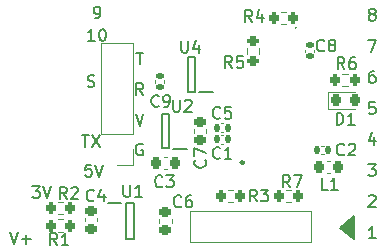
<source format=gto>
%TF.GenerationSoftware,KiCad,Pcbnew,(6.0.9)*%
%TF.CreationDate,2023-04-09T23:50:28-06:00*%
%TF.ProjectId,CRSFtoPWM,43525346-746f-4505-974d-2e6b69636164,rev?*%
%TF.SameCoordinates,Original*%
%TF.FileFunction,Legend,Top*%
%TF.FilePolarity,Positive*%
%FSLAX46Y46*%
G04 Gerber Fmt 4.6, Leading zero omitted, Abs format (unit mm)*
G04 Created by KiCad (PCBNEW (6.0.9)) date 2023-04-09 23:50:28*
%MOMM*%
%LPD*%
G01*
G04 APERTURE LIST*
G04 Aperture macros list*
%AMRoundRect*
0 Rectangle with rounded corners*
0 $1 Rounding radius*
0 $2 $3 $4 $5 $6 $7 $8 $9 X,Y pos of 4 corners*
0 Add a 4 corners polygon primitive as box body*
4,1,4,$2,$3,$4,$5,$6,$7,$8,$9,$2,$3,0*
0 Add four circle primitives for the rounded corners*
1,1,$1+$1,$2,$3*
1,1,$1+$1,$4,$5*
1,1,$1+$1,$6,$7*
1,1,$1+$1,$8,$9*
0 Add four rect primitives between the rounded corners*
20,1,$1+$1,$2,$3,$4,$5,0*
20,1,$1+$1,$4,$5,$6,$7,0*
20,1,$1+$1,$6,$7,$8,$9,0*
20,1,$1+$1,$8,$9,$2,$3,0*%
G04 Aperture macros list end*
%ADD10C,0.160000*%
%ADD11C,0.150000*%
%ADD12C,0.120000*%
%ADD13C,0.200000*%
%ADD14C,0.250000*%
%ADD15RoundRect,0.200000X-0.200000X-0.275000X0.200000X-0.275000X0.200000X0.275000X-0.200000X0.275000X0*%
%ADD16R,1.700000X1.700000*%
%ADD17RoundRect,0.200000X0.200000X0.275000X-0.200000X0.275000X-0.200000X-0.275000X0.200000X-0.275000X0*%
%ADD18RoundRect,0.218750X-0.218750X-0.256250X0.218750X-0.256250X0.218750X0.256250X-0.218750X0.256250X0*%
%ADD19R,1.000000X1.000000*%
%ADD20R,1.200000X0.600000*%
%ADD21RoundRect,0.140000X-0.140000X-0.170000X0.140000X-0.170000X0.140000X0.170000X-0.140000X0.170000X0*%
%ADD22RoundRect,0.225000X-0.225000X-0.250000X0.225000X-0.250000X0.225000X0.250000X-0.225000X0.250000X0*%
%ADD23R,1.650000X1.650000*%
%ADD24C,1.650000*%
%ADD25RoundRect,0.225000X0.250000X-0.225000X0.250000X0.225000X-0.250000X0.225000X-0.250000X-0.225000X0*%
%ADD26O,1.700000X1.700000*%
%ADD27RoundRect,0.140000X0.170000X-0.140000X0.170000X0.140000X-0.170000X0.140000X-0.170000X-0.140000X0*%
%ADD28RoundRect,0.225000X-0.250000X0.225000X-0.250000X-0.225000X0.250000X-0.225000X0.250000X0.225000X0*%
%ADD29RoundRect,0.200000X-0.275000X0.200000X-0.275000X-0.200000X0.275000X-0.200000X0.275000X0.200000X0*%
%ADD30RoundRect,0.140000X0.140000X0.170000X-0.140000X0.170000X-0.140000X-0.170000X0.140000X-0.170000X0*%
%ADD31R,0.300000X0.850000*%
%ADD32R,0.850000X0.300000*%
%ADD33R,3.700000X3.700000*%
%ADD34RoundRect,0.140000X-0.170000X0.140000X-0.170000X-0.140000X0.170000X-0.140000X0.170000X0.140000X0*%
%ADD35R,1.150000X0.600000*%
G04 APERTURE END LIST*
D10*
G36*
X171188525Y-114873770D02*
G01*
X169988525Y-113873770D01*
X171188525Y-112873770D01*
X171188525Y-114873770D01*
G37*
X171188525Y-114873770D02*
X169988525Y-113873770D01*
X171188525Y-112873770D01*
X171188525Y-114873770D01*
X148138095Y-106052380D02*
X148709523Y-106052380D01*
X148423809Y-107052380D02*
X148423809Y-106052380D01*
X148947619Y-106052380D02*
X149614285Y-107052380D01*
X149614285Y-106052380D02*
X148947619Y-107052380D01*
X153261904Y-106800000D02*
X153166666Y-106752380D01*
X153023809Y-106752380D01*
X152880952Y-106800000D01*
X152785714Y-106895238D01*
X152738095Y-106990476D01*
X152690476Y-107180952D01*
X152690476Y-107323809D01*
X152738095Y-107514285D01*
X152785714Y-107609523D01*
X152880952Y-107704761D01*
X153023809Y-107752380D01*
X153119047Y-107752380D01*
X153261904Y-107704761D01*
X153309523Y-107657142D01*
X153309523Y-107323809D01*
X153119047Y-107323809D01*
X172366666Y-97980951D02*
X173033333Y-97980951D01*
X172604761Y-98980951D01*
X172938095Y-103238093D02*
X172461904Y-103238093D01*
X172414285Y-103714284D01*
X172461904Y-103666665D01*
X172557142Y-103619046D01*
X172795238Y-103619046D01*
X172890476Y-103666665D01*
X172938095Y-103714284D01*
X172985714Y-103809522D01*
X172985714Y-104047617D01*
X172938095Y-104142855D01*
X172890476Y-104190474D01*
X172795238Y-104238093D01*
X172557142Y-104238093D01*
X172461904Y-104190474D01*
X172414285Y-104142855D01*
X148909523Y-108552380D02*
X148433333Y-108552380D01*
X148385714Y-109028571D01*
X148433333Y-108980952D01*
X148528571Y-108933333D01*
X148766666Y-108933333D01*
X148861904Y-108980952D01*
X148909523Y-109028571D01*
X148957142Y-109123809D01*
X148957142Y-109361904D01*
X148909523Y-109457142D01*
X148861904Y-109504761D01*
X148766666Y-109552380D01*
X148528571Y-109552380D01*
X148433333Y-109504761D01*
X148385714Y-109457142D01*
X149242857Y-108552380D02*
X149576190Y-109552380D01*
X149909523Y-108552380D01*
X172604761Y-95780952D02*
X172509523Y-95733333D01*
X172461904Y-95685714D01*
X172414285Y-95590476D01*
X172414285Y-95542857D01*
X172461904Y-95447619D01*
X172509523Y-95400000D01*
X172604761Y-95352380D01*
X172795238Y-95352380D01*
X172890476Y-95400000D01*
X172938095Y-95447619D01*
X172985714Y-95542857D01*
X172985714Y-95590476D01*
X172938095Y-95685714D01*
X172890476Y-95733333D01*
X172795238Y-95780952D01*
X172604761Y-95780952D01*
X172509523Y-95828571D01*
X172461904Y-95876190D01*
X172414285Y-95971428D01*
X172414285Y-96161904D01*
X172461904Y-96257142D01*
X172509523Y-96304761D01*
X172604761Y-96352380D01*
X172795238Y-96352380D01*
X172890476Y-96304761D01*
X172938095Y-96257142D01*
X172985714Y-96161904D01*
X172985714Y-95971428D01*
X172938095Y-95876190D01*
X172890476Y-95828571D01*
X172795238Y-95780952D01*
X172890476Y-106199998D02*
X172890476Y-106866664D01*
X172652380Y-105819045D02*
X172414285Y-106533331D01*
X173033333Y-106533331D01*
X153309523Y-102652380D02*
X152976190Y-102176190D01*
X152738095Y-102652380D02*
X152738095Y-101652380D01*
X153119047Y-101652380D01*
X153214285Y-101700000D01*
X153261904Y-101747619D01*
X153309523Y-101842857D01*
X153309523Y-101985714D01*
X153261904Y-102080952D01*
X153214285Y-102128571D01*
X153119047Y-102176190D01*
X152738095Y-102176190D01*
X149209523Y-96152380D02*
X149400000Y-96152380D01*
X149495238Y-96104761D01*
X149542857Y-96057142D01*
X149638095Y-95914285D01*
X149685714Y-95723809D01*
X149685714Y-95342857D01*
X149638095Y-95247619D01*
X149590476Y-95200000D01*
X149495238Y-95152380D01*
X149304761Y-95152380D01*
X149209523Y-95200000D01*
X149161904Y-95247619D01*
X149114285Y-95342857D01*
X149114285Y-95580952D01*
X149161904Y-95676190D01*
X149209523Y-95723809D01*
X149304761Y-95771428D01*
X149495238Y-95771428D01*
X149590476Y-95723809D01*
X149638095Y-95676190D01*
X149685714Y-95580952D01*
X148614285Y-101904761D02*
X148757142Y-101952380D01*
X148995238Y-101952380D01*
X149090476Y-101904761D01*
X149138095Y-101857142D01*
X149185714Y-101761904D01*
X149185714Y-101666666D01*
X149138095Y-101571428D01*
X149090476Y-101523809D01*
X148995238Y-101476190D01*
X148804761Y-101428571D01*
X148709523Y-101380952D01*
X148661904Y-101333333D01*
X148614285Y-101238095D01*
X148614285Y-101142857D01*
X148661904Y-101047619D01*
X148709523Y-101000000D01*
X148804761Y-100952380D01*
X149042857Y-100952380D01*
X149185714Y-101000000D01*
X152714285Y-99052380D02*
X153285714Y-99052380D01*
X153000000Y-100052380D02*
X153000000Y-99052380D01*
X152666666Y-104252380D02*
X153000000Y-105252380D01*
X153333333Y-104252380D01*
X172414285Y-111219045D02*
X172461904Y-111171426D01*
X172557142Y-111123806D01*
X172795238Y-111123806D01*
X172890476Y-111171426D01*
X172938095Y-111219045D01*
X172985714Y-111314283D01*
X172985714Y-111409521D01*
X172938095Y-111552378D01*
X172366666Y-112123806D01*
X172985714Y-112123806D01*
X149209523Y-98052380D02*
X148638095Y-98052380D01*
X148923809Y-98052380D02*
X148923809Y-97052380D01*
X148828571Y-97195238D01*
X148733333Y-97290476D01*
X148638095Y-97338095D01*
X149828571Y-97052380D02*
X149923809Y-97052380D01*
X150019047Y-97100000D01*
X150066666Y-97147619D01*
X150114285Y-97242857D01*
X150161904Y-97433333D01*
X150161904Y-97671428D01*
X150114285Y-97861904D01*
X150066666Y-97957142D01*
X150019047Y-98004761D01*
X149923809Y-98052380D01*
X149828571Y-98052380D01*
X149733333Y-98004761D01*
X149685714Y-97957142D01*
X149638095Y-97861904D01*
X149590476Y-97671428D01*
X149590476Y-97433333D01*
X149638095Y-97242857D01*
X149685714Y-97147619D01*
X149733333Y-97100000D01*
X149828571Y-97052380D01*
X143938095Y-110352380D02*
X144557142Y-110352380D01*
X144223809Y-110733333D01*
X144366666Y-110733333D01*
X144461904Y-110780952D01*
X144509523Y-110828571D01*
X144557142Y-110923809D01*
X144557142Y-111161904D01*
X144509523Y-111257142D01*
X144461904Y-111304761D01*
X144366666Y-111352380D01*
X144080952Y-111352380D01*
X143985714Y-111304761D01*
X143938095Y-111257142D01*
X144842857Y-110352380D02*
X145176190Y-111352380D01*
X145509523Y-110352380D01*
X172366666Y-108495235D02*
X172985714Y-108495235D01*
X172652380Y-108876188D01*
X172795238Y-108876188D01*
X172890476Y-108923807D01*
X172938095Y-108971426D01*
X172985714Y-109066664D01*
X172985714Y-109304759D01*
X172938095Y-109399997D01*
X172890476Y-109447616D01*
X172795238Y-109495235D01*
X172509523Y-109495235D01*
X172414285Y-109447616D01*
X172366666Y-109399997D01*
X142047619Y-114252380D02*
X142380952Y-115252380D01*
X142714285Y-114252380D01*
X143047619Y-114871428D02*
X143809523Y-114871428D01*
X143428571Y-115252380D02*
X143428571Y-114490476D01*
X172985714Y-114752380D02*
X172414285Y-114752380D01*
X172700000Y-114752380D02*
X172700000Y-113752380D01*
X172604761Y-113895238D01*
X172509523Y-113990476D01*
X172414285Y-114038095D01*
X172890476Y-100609522D02*
X172700000Y-100609522D01*
X172604761Y-100657142D01*
X172557142Y-100704761D01*
X172461904Y-100847618D01*
X172414285Y-101038094D01*
X172414285Y-101419046D01*
X172461904Y-101514284D01*
X172509523Y-101561903D01*
X172604761Y-101609522D01*
X172795238Y-101609522D01*
X172890476Y-101561903D01*
X172938095Y-101514284D01*
X172985714Y-101419046D01*
X172985714Y-101180951D01*
X172938095Y-101085713D01*
X172890476Y-101038094D01*
X172795238Y-100990475D01*
X172604761Y-100990475D01*
X172509523Y-101038094D01*
X172461904Y-101085713D01*
X172414285Y-101180951D01*
D11*
X146033333Y-115352380D02*
X145700000Y-114876190D01*
X145461904Y-115352380D02*
X145461904Y-114352380D01*
X145842857Y-114352380D01*
X145938095Y-114400000D01*
X145985714Y-114447619D01*
X146033333Y-114542857D01*
X146033333Y-114685714D01*
X145985714Y-114780952D01*
X145938095Y-114828571D01*
X145842857Y-114876190D01*
X145461904Y-114876190D01*
X146985714Y-115352380D02*
X146414285Y-115352380D01*
X146700000Y-115352380D02*
X146700000Y-114352380D01*
X146604761Y-114495238D01*
X146509523Y-114590476D01*
X146414285Y-114638095D01*
X165733333Y-110452380D02*
X165400000Y-109976190D01*
X165161904Y-110452380D02*
X165161904Y-109452380D01*
X165542857Y-109452380D01*
X165638095Y-109500000D01*
X165685714Y-109547619D01*
X165733333Y-109642857D01*
X165733333Y-109785714D01*
X165685714Y-109880952D01*
X165638095Y-109928571D01*
X165542857Y-109976190D01*
X165161904Y-109976190D01*
X166066666Y-109452380D02*
X166733333Y-109452380D01*
X166304761Y-110452380D01*
X168933333Y-110652380D02*
X168457142Y-110652380D01*
X168457142Y-109652380D01*
X169790476Y-110652380D02*
X169219047Y-110652380D01*
X169504761Y-110652380D02*
X169504761Y-109652380D01*
X169409523Y-109795238D01*
X169314285Y-109890476D01*
X169219047Y-109938095D01*
D10*
X155838095Y-103052380D02*
X155838095Y-103861904D01*
X155885714Y-103957142D01*
X155933333Y-104004761D01*
X156028571Y-104052380D01*
X156219047Y-104052380D01*
X156314285Y-104004761D01*
X156361904Y-103957142D01*
X156409523Y-103861904D01*
X156409523Y-103052380D01*
X156838095Y-103147619D02*
X156885714Y-103100000D01*
X156980952Y-103052380D01*
X157219047Y-103052380D01*
X157314285Y-103100000D01*
X157361904Y-103147619D01*
X157409523Y-103242857D01*
X157409523Y-103338095D01*
X157361904Y-103480952D01*
X156790476Y-104052380D01*
X157409523Y-104052380D01*
D11*
X170333333Y-107657142D02*
X170285714Y-107704761D01*
X170142857Y-107752380D01*
X170047619Y-107752380D01*
X169904761Y-107704761D01*
X169809523Y-107609523D01*
X169761904Y-107514285D01*
X169714285Y-107323809D01*
X169714285Y-107180952D01*
X169761904Y-106990476D01*
X169809523Y-106895238D01*
X169904761Y-106800000D01*
X170047619Y-106752380D01*
X170142857Y-106752380D01*
X170285714Y-106800000D01*
X170333333Y-106847619D01*
X170714285Y-106847619D02*
X170761904Y-106800000D01*
X170857142Y-106752380D01*
X171095238Y-106752380D01*
X171190476Y-106800000D01*
X171238095Y-106847619D01*
X171285714Y-106942857D01*
X171285714Y-107038095D01*
X171238095Y-107180952D01*
X170666666Y-107752380D01*
X171285714Y-107752380D01*
X154933333Y-110357142D02*
X154885714Y-110404761D01*
X154742857Y-110452380D01*
X154647619Y-110452380D01*
X154504761Y-110404761D01*
X154409523Y-110309523D01*
X154361904Y-110214285D01*
X154314285Y-110023809D01*
X154314285Y-109880952D01*
X154361904Y-109690476D01*
X154409523Y-109595238D01*
X154504761Y-109500000D01*
X154647619Y-109452380D01*
X154742857Y-109452380D01*
X154885714Y-109500000D01*
X154933333Y-109547619D01*
X155266666Y-109452380D02*
X155885714Y-109452380D01*
X155552380Y-109833333D01*
X155695238Y-109833333D01*
X155790476Y-109880952D01*
X155838095Y-109928571D01*
X155885714Y-110023809D01*
X155885714Y-110261904D01*
X155838095Y-110357142D01*
X155790476Y-110404761D01*
X155695238Y-110452380D01*
X155409523Y-110452380D01*
X155314285Y-110404761D01*
X155266666Y-110357142D01*
X149133333Y-111557142D02*
X149085714Y-111604761D01*
X148942857Y-111652380D01*
X148847619Y-111652380D01*
X148704761Y-111604761D01*
X148609523Y-111509523D01*
X148561904Y-111414285D01*
X148514285Y-111223809D01*
X148514285Y-111080952D01*
X148561904Y-110890476D01*
X148609523Y-110795238D01*
X148704761Y-110700000D01*
X148847619Y-110652380D01*
X148942857Y-110652380D01*
X149085714Y-110700000D01*
X149133333Y-110747619D01*
X149990476Y-110985714D02*
X149990476Y-111652380D01*
X149752380Y-110604761D02*
X149514285Y-111319047D01*
X150133333Y-111319047D01*
X162933333Y-111652380D02*
X162600000Y-111176190D01*
X162361904Y-111652380D02*
X162361904Y-110652380D01*
X162742857Y-110652380D01*
X162838095Y-110700000D01*
X162885714Y-110747619D01*
X162933333Y-110842857D01*
X162933333Y-110985714D01*
X162885714Y-111080952D01*
X162838095Y-111128571D01*
X162742857Y-111176190D01*
X162361904Y-111176190D01*
X163266666Y-110652380D02*
X163885714Y-110652380D01*
X163552380Y-111033333D01*
X163695238Y-111033333D01*
X163790476Y-111080952D01*
X163838095Y-111128571D01*
X163885714Y-111223809D01*
X163885714Y-111461904D01*
X163838095Y-111557142D01*
X163790476Y-111604761D01*
X163695238Y-111652380D01*
X163409523Y-111652380D01*
X163314285Y-111604761D01*
X163266666Y-111557142D01*
X154633333Y-103557142D02*
X154585714Y-103604761D01*
X154442857Y-103652380D01*
X154347619Y-103652380D01*
X154204761Y-103604761D01*
X154109523Y-103509523D01*
X154061904Y-103414285D01*
X154014285Y-103223809D01*
X154014285Y-103080952D01*
X154061904Y-102890476D01*
X154109523Y-102795238D01*
X154204761Y-102700000D01*
X154347619Y-102652380D01*
X154442857Y-102652380D01*
X154585714Y-102700000D01*
X154633333Y-102747619D01*
X155109523Y-103652380D02*
X155300000Y-103652380D01*
X155395238Y-103604761D01*
X155442857Y-103557142D01*
X155538095Y-103414285D01*
X155585714Y-103223809D01*
X155585714Y-102842857D01*
X155538095Y-102747619D01*
X155490476Y-102700000D01*
X155395238Y-102652380D01*
X155204761Y-102652380D01*
X155109523Y-102700000D01*
X155061904Y-102747619D01*
X155014285Y-102842857D01*
X155014285Y-103080952D01*
X155061904Y-103176190D01*
X155109523Y-103223809D01*
X155204761Y-103271428D01*
X155395238Y-103271428D01*
X155490476Y-103223809D01*
X155538095Y-103176190D01*
X155585714Y-103080952D01*
X156533333Y-112057142D02*
X156485714Y-112104761D01*
X156342857Y-112152380D01*
X156247619Y-112152380D01*
X156104761Y-112104761D01*
X156009523Y-112009523D01*
X155961904Y-111914285D01*
X155914285Y-111723809D01*
X155914285Y-111580952D01*
X155961904Y-111390476D01*
X156009523Y-111295238D01*
X156104761Y-111200000D01*
X156247619Y-111152380D01*
X156342857Y-111152380D01*
X156485714Y-111200000D01*
X156533333Y-111247619D01*
X157390476Y-111152380D02*
X157200000Y-111152380D01*
X157104761Y-111200000D01*
X157057142Y-111247619D01*
X156961904Y-111390476D01*
X156914285Y-111580952D01*
X156914285Y-111961904D01*
X156961904Y-112057142D01*
X157009523Y-112104761D01*
X157104761Y-112152380D01*
X157295238Y-112152380D01*
X157390476Y-112104761D01*
X157438095Y-112057142D01*
X157485714Y-111961904D01*
X157485714Y-111723809D01*
X157438095Y-111628571D01*
X157390476Y-111580952D01*
X157295238Y-111533333D01*
X157104761Y-111533333D01*
X157009523Y-111580952D01*
X156961904Y-111628571D01*
X156914285Y-111723809D01*
X160833333Y-100352380D02*
X160500000Y-99876190D01*
X160261904Y-100352380D02*
X160261904Y-99352380D01*
X160642857Y-99352380D01*
X160738095Y-99400000D01*
X160785714Y-99447619D01*
X160833333Y-99542857D01*
X160833333Y-99685714D01*
X160785714Y-99780952D01*
X160738095Y-99828571D01*
X160642857Y-99876190D01*
X160261904Y-99876190D01*
X161738095Y-99352380D02*
X161261904Y-99352380D01*
X161214285Y-99828571D01*
X161261904Y-99780952D01*
X161357142Y-99733333D01*
X161595238Y-99733333D01*
X161690476Y-99780952D01*
X161738095Y-99828571D01*
X161785714Y-99923809D01*
X161785714Y-100161904D01*
X161738095Y-100257142D01*
X161690476Y-100304761D01*
X161595238Y-100352380D01*
X161357142Y-100352380D01*
X161261904Y-100304761D01*
X161214285Y-100257142D01*
X159833333Y-107957142D02*
X159785714Y-108004761D01*
X159642857Y-108052380D01*
X159547619Y-108052380D01*
X159404761Y-108004761D01*
X159309523Y-107909523D01*
X159261904Y-107814285D01*
X159214285Y-107623809D01*
X159214285Y-107480952D01*
X159261904Y-107290476D01*
X159309523Y-107195238D01*
X159404761Y-107100000D01*
X159547619Y-107052380D01*
X159642857Y-107052380D01*
X159785714Y-107100000D01*
X159833333Y-107147619D01*
X160785714Y-108052380D02*
X160214285Y-108052380D01*
X160500000Y-108052380D02*
X160500000Y-107052380D01*
X160404761Y-107195238D01*
X160309523Y-107290476D01*
X160214285Y-107338095D01*
D10*
X156538095Y-98052380D02*
X156538095Y-98861904D01*
X156585714Y-98957142D01*
X156633333Y-99004761D01*
X156728571Y-99052380D01*
X156919047Y-99052380D01*
X157014285Y-99004761D01*
X157061904Y-98957142D01*
X157109523Y-98861904D01*
X157109523Y-98052380D01*
X158014285Y-98385714D02*
X158014285Y-99052380D01*
X157776190Y-98004761D02*
X157538095Y-98719047D01*
X158157142Y-98719047D01*
D11*
X170353333Y-100452380D02*
X170020000Y-99976190D01*
X169781904Y-100452380D02*
X169781904Y-99452380D01*
X170162857Y-99452380D01*
X170258095Y-99500000D01*
X170305714Y-99547619D01*
X170353333Y-99642857D01*
X170353333Y-99785714D01*
X170305714Y-99880952D01*
X170258095Y-99928571D01*
X170162857Y-99976190D01*
X169781904Y-99976190D01*
X171210476Y-99452380D02*
X171020000Y-99452380D01*
X170924761Y-99500000D01*
X170877142Y-99547619D01*
X170781904Y-99690476D01*
X170734285Y-99880952D01*
X170734285Y-100261904D01*
X170781904Y-100357142D01*
X170829523Y-100404761D01*
X170924761Y-100452380D01*
X171115238Y-100452380D01*
X171210476Y-100404761D01*
X171258095Y-100357142D01*
X171305714Y-100261904D01*
X171305714Y-100023809D01*
X171258095Y-99928571D01*
X171210476Y-99880952D01*
X171115238Y-99833333D01*
X170924761Y-99833333D01*
X170829523Y-99880952D01*
X170781904Y-99928571D01*
X170734285Y-100023809D01*
X162533333Y-96452380D02*
X162200000Y-95976190D01*
X161961904Y-96452380D02*
X161961904Y-95452380D01*
X162342857Y-95452380D01*
X162438095Y-95500000D01*
X162485714Y-95547619D01*
X162533333Y-95642857D01*
X162533333Y-95785714D01*
X162485714Y-95880952D01*
X162438095Y-95928571D01*
X162342857Y-95976190D01*
X161961904Y-95976190D01*
X163390476Y-95785714D02*
X163390476Y-96452380D01*
X163152380Y-95404761D02*
X162914285Y-96119047D01*
X163533333Y-96119047D01*
X158557142Y-108166666D02*
X158604761Y-108214285D01*
X158652380Y-108357142D01*
X158652380Y-108452380D01*
X158604761Y-108595238D01*
X158509523Y-108690476D01*
X158414285Y-108738095D01*
X158223809Y-108785714D01*
X158080952Y-108785714D01*
X157890476Y-108738095D01*
X157795238Y-108690476D01*
X157700000Y-108595238D01*
X157652380Y-108452380D01*
X157652380Y-108357142D01*
X157700000Y-108214285D01*
X157747619Y-108166666D01*
X157652380Y-107833333D02*
X157652380Y-107166666D01*
X158652380Y-107595238D01*
X168633333Y-98857142D02*
X168585714Y-98904761D01*
X168442857Y-98952380D01*
X168347619Y-98952380D01*
X168204761Y-98904761D01*
X168109523Y-98809523D01*
X168061904Y-98714285D01*
X168014285Y-98523809D01*
X168014285Y-98380952D01*
X168061904Y-98190476D01*
X168109523Y-98095238D01*
X168204761Y-98000000D01*
X168347619Y-97952380D01*
X168442857Y-97952380D01*
X168585714Y-98000000D01*
X168633333Y-98047619D01*
X169204761Y-98380952D02*
X169109523Y-98333333D01*
X169061904Y-98285714D01*
X169014285Y-98190476D01*
X169014285Y-98142857D01*
X169061904Y-98047619D01*
X169109523Y-98000000D01*
X169204761Y-97952380D01*
X169395238Y-97952380D01*
X169490476Y-98000000D01*
X169538095Y-98047619D01*
X169585714Y-98142857D01*
X169585714Y-98190476D01*
X169538095Y-98285714D01*
X169490476Y-98333333D01*
X169395238Y-98380952D01*
X169204761Y-98380952D01*
X169109523Y-98428571D01*
X169061904Y-98476190D01*
X169014285Y-98571428D01*
X169014285Y-98761904D01*
X169061904Y-98857142D01*
X169109523Y-98904761D01*
X169204761Y-98952380D01*
X169395238Y-98952380D01*
X169490476Y-98904761D01*
X169538095Y-98857142D01*
X169585714Y-98761904D01*
X169585714Y-98571428D01*
X169538095Y-98476190D01*
X169490476Y-98428571D01*
X169395238Y-98380952D01*
X159833333Y-104557142D02*
X159785714Y-104604761D01*
X159642857Y-104652380D01*
X159547619Y-104652380D01*
X159404761Y-104604761D01*
X159309523Y-104509523D01*
X159261904Y-104414285D01*
X159214285Y-104223809D01*
X159214285Y-104080952D01*
X159261904Y-103890476D01*
X159309523Y-103795238D01*
X159404761Y-103700000D01*
X159547619Y-103652380D01*
X159642857Y-103652380D01*
X159785714Y-103700000D01*
X159833333Y-103747619D01*
X160738095Y-103652380D02*
X160261904Y-103652380D01*
X160214285Y-104128571D01*
X160261904Y-104080952D01*
X160357142Y-104033333D01*
X160595238Y-104033333D01*
X160690476Y-104080952D01*
X160738095Y-104128571D01*
X160785714Y-104223809D01*
X160785714Y-104461904D01*
X160738095Y-104557142D01*
X160690476Y-104604761D01*
X160595238Y-104652380D01*
X160357142Y-104652380D01*
X160261904Y-104604761D01*
X160214285Y-104557142D01*
D10*
X151638095Y-110252380D02*
X151638095Y-111061904D01*
X151685714Y-111157142D01*
X151733333Y-111204761D01*
X151828571Y-111252380D01*
X152019047Y-111252380D01*
X152114285Y-111204761D01*
X152161904Y-111157142D01*
X152209523Y-111061904D01*
X152209523Y-110252380D01*
X153209523Y-111252380D02*
X152638095Y-111252380D01*
X152923809Y-111252380D02*
X152923809Y-110252380D01*
X152828571Y-110395238D01*
X152733333Y-110490476D01*
X152638095Y-110538095D01*
D11*
X146833333Y-111452380D02*
X146500000Y-110976190D01*
X146261904Y-111452380D02*
X146261904Y-110452380D01*
X146642857Y-110452380D01*
X146738095Y-110500000D01*
X146785714Y-110547619D01*
X146833333Y-110642857D01*
X146833333Y-110785714D01*
X146785714Y-110880952D01*
X146738095Y-110928571D01*
X146642857Y-110976190D01*
X146261904Y-110976190D01*
X147214285Y-110547619D02*
X147261904Y-110500000D01*
X147357142Y-110452380D01*
X147595238Y-110452380D01*
X147690476Y-110500000D01*
X147738095Y-110547619D01*
X147785714Y-110642857D01*
X147785714Y-110738095D01*
X147738095Y-110880952D01*
X147166666Y-111452380D01*
X147785714Y-111452380D01*
X169681904Y-105152380D02*
X169681904Y-104152380D01*
X169920000Y-104152380D01*
X170062857Y-104200000D01*
X170158095Y-104295238D01*
X170205714Y-104390476D01*
X170253333Y-104580952D01*
X170253333Y-104723809D01*
X170205714Y-104914285D01*
X170158095Y-105009523D01*
X170062857Y-105104761D01*
X169920000Y-105152380D01*
X169681904Y-105152380D01*
X171205714Y-105152380D02*
X170634285Y-105152380D01*
X170920000Y-105152380D02*
X170920000Y-104152380D01*
X170824761Y-104295238D01*
X170729523Y-104390476D01*
X170634285Y-104438095D01*
D12*
X146062742Y-113177500D02*
X146537258Y-113177500D01*
X146062742Y-114222500D02*
X146537258Y-114222500D01*
X165837258Y-110677500D02*
X165362742Y-110677500D01*
X165837258Y-111722500D02*
X165362742Y-111722500D01*
X168837221Y-109210000D02*
X169162779Y-109210000D01*
X168837221Y-108190000D02*
X169162779Y-108190000D01*
D13*
X166242000Y-96962000D02*
G75*
G03*
X166242000Y-96962000I-40000J0D01*
G01*
X157050000Y-107200000D02*
X155850000Y-107200000D01*
X154900000Y-107160000D02*
X154900000Y-104240000D01*
X155500000Y-107160000D02*
X154900000Y-107160000D01*
X154900000Y-104240000D02*
X155500000Y-104240000D01*
X155500000Y-104240000D02*
X155500000Y-107160000D01*
D12*
X168392164Y-106940000D02*
X168607836Y-106940000D01*
X168392164Y-107660000D02*
X168607836Y-107660000D01*
X155059420Y-107890000D02*
X155340580Y-107890000D01*
X155059420Y-108910000D02*
X155340580Y-108910000D01*
X148390000Y-113340580D02*
X148390000Y-113059420D01*
X149410000Y-113340580D02*
X149410000Y-113059420D01*
X167505000Y-112470000D02*
X167505000Y-115130000D01*
X167505000Y-112470000D02*
X157285000Y-112470000D01*
X157285000Y-112470000D02*
X157285000Y-115130000D01*
X167505000Y-115130000D02*
X157285000Y-115130000D01*
X160937258Y-111722500D02*
X160462742Y-111722500D01*
X160937258Y-110677500D02*
X160462742Y-110677500D01*
X154340000Y-101607836D02*
X154340000Y-101392164D01*
X155060000Y-101607836D02*
X155060000Y-101392164D01*
X154690000Y-113159420D02*
X154690000Y-113440580D01*
X155710000Y-113159420D02*
X155710000Y-113440580D01*
X163122500Y-98662742D02*
X163122500Y-99137258D01*
X162077500Y-98662742D02*
X162077500Y-99137258D01*
X160107836Y-106760000D02*
X159892164Y-106760000D01*
X160107836Y-106040000D02*
X159892164Y-106040000D01*
D13*
X157700000Y-102350000D02*
X157100000Y-102350000D01*
X159250000Y-102400000D02*
X158050000Y-102400000D01*
X157100000Y-99450000D02*
X157700000Y-99450000D01*
X157700000Y-99450000D02*
X157700000Y-102350000D01*
X157100000Y-102350000D02*
X157100000Y-99450000D01*
D12*
X152430000Y-98250000D02*
X149770000Y-98250000D01*
X149770000Y-105930000D02*
X149770000Y-98250000D01*
X152430000Y-107200000D02*
X152430000Y-108530000D01*
X152430000Y-108530000D02*
X151100000Y-108530000D01*
X152430000Y-105930000D02*
X152430000Y-98250000D01*
X152430000Y-105930000D02*
X149770000Y-105930000D01*
X170162742Y-100877500D02*
X170637258Y-100877500D01*
X170162742Y-101922500D02*
X170637258Y-101922500D01*
D14*
X161825000Y-108375000D02*
G75*
G03*
X161825000Y-108375000I-125000J0D01*
G01*
D12*
X165437258Y-95577500D02*
X164962742Y-95577500D01*
X165437258Y-96622500D02*
X164962742Y-96622500D01*
X157590000Y-105559420D02*
X157590000Y-105840580D01*
X158610000Y-105559420D02*
X158610000Y-105840580D01*
X167760000Y-98792164D02*
X167760000Y-99007836D01*
X167040000Y-98792164D02*
X167040000Y-99007836D01*
X160107836Y-105760000D02*
X159892164Y-105760000D01*
X160107836Y-105040000D02*
X159892164Y-105040000D01*
D13*
X152575000Y-111800000D02*
X152575000Y-114800000D01*
X150325000Y-111800000D02*
X151475000Y-111800000D01*
X152575000Y-114800000D02*
X151825000Y-114800000D01*
X151825000Y-111800000D02*
X152575000Y-111800000D01*
X151825000Y-114800000D02*
X151825000Y-111800000D01*
D12*
X146537258Y-112722500D02*
X146062742Y-112722500D01*
X146537258Y-111677500D02*
X146062742Y-111677500D01*
X171220000Y-102365000D02*
X168935000Y-102365000D01*
X168935000Y-102365000D02*
X168935000Y-103835000D01*
X168935000Y-103835000D02*
X171220000Y-103835000D01*
%LPC*%
D15*
X145475000Y-113700000D03*
X147125000Y-113700000D03*
D16*
X142900000Y-113100000D03*
D17*
X166425000Y-111200000D03*
X164775000Y-111200000D03*
D18*
X168212500Y-108700000D03*
X169787500Y-108700000D03*
D19*
X166100000Y-97900000D03*
X164100000Y-97900000D03*
X164100000Y-99900000D03*
X166100000Y-99900000D03*
D20*
X156450000Y-106650000D03*
X156450000Y-104750000D03*
X153950000Y-105700000D03*
D21*
X168020000Y-107300000D03*
X168980000Y-107300000D03*
D22*
X154425000Y-108400000D03*
X155975000Y-108400000D03*
D23*
X174560000Y-106690000D03*
D24*
X177100000Y-106690000D03*
X179640000Y-106690000D03*
X174560000Y-109230000D03*
X177100000Y-109230000D03*
X179640000Y-109230000D03*
X174560000Y-111770000D03*
X177100000Y-111770000D03*
X179640000Y-111770000D03*
X174560000Y-114310000D03*
X177100000Y-114310000D03*
X179640000Y-114310000D03*
D25*
X148900000Y-113975000D03*
X148900000Y-112425000D03*
D16*
X168775000Y-113800000D03*
D26*
X166235000Y-113800000D03*
X163695000Y-113800000D03*
X161155000Y-113800000D03*
X158615000Y-113800000D03*
D17*
X161525000Y-111200000D03*
X159875000Y-111200000D03*
D27*
X154700000Y-101980000D03*
X154700000Y-101020000D03*
D28*
X155200000Y-112525000D03*
X155200000Y-114075000D03*
D29*
X162600000Y-98075000D03*
X162600000Y-99725000D03*
D23*
X147200000Y-98400000D03*
D24*
X144660000Y-98400000D03*
X142120000Y-98400000D03*
X147200000Y-95860000D03*
X144660000Y-95860000D03*
X142120000Y-95860000D03*
D30*
X160480000Y-106400000D03*
X159520000Y-106400000D03*
D20*
X158650000Y-101850000D03*
X158650000Y-100900000D03*
X158650000Y-99950000D03*
X156150000Y-99950000D03*
X156150000Y-101850000D03*
D16*
X151100000Y-107200000D03*
D26*
X151100000Y-104660000D03*
X151100000Y-102120000D03*
X151100000Y-99580000D03*
D15*
X169575000Y-101400000D03*
X171225000Y-101400000D03*
D31*
X162450000Y-107950000D03*
X162950000Y-107950000D03*
X163450000Y-107950000D03*
X163950000Y-107950000D03*
X164450000Y-107950000D03*
X164950000Y-107950000D03*
X165450000Y-107950000D03*
X165950000Y-107950000D03*
D32*
X166650000Y-107250000D03*
X166650000Y-106750000D03*
X166650000Y-106250000D03*
X166650000Y-105750000D03*
X166650000Y-105250000D03*
X166650000Y-104750000D03*
X166650000Y-104250000D03*
X166650000Y-103750000D03*
D31*
X165950000Y-103050000D03*
X165450000Y-103050000D03*
X164950000Y-103050000D03*
X164450000Y-103050000D03*
X163950000Y-103050000D03*
X163450000Y-103050000D03*
X162950000Y-103050000D03*
X162450000Y-103050000D03*
D32*
X161750000Y-103750000D03*
X161750000Y-104250000D03*
X161750000Y-104750000D03*
X161750000Y-105250000D03*
X161750000Y-105750000D03*
X161750000Y-106250000D03*
X161750000Y-106750000D03*
X161750000Y-107250000D03*
D33*
X164200000Y-105500000D03*
D17*
X166025000Y-96100000D03*
X164375000Y-96100000D03*
D28*
X158100000Y-104925000D03*
X158100000Y-106475000D03*
D34*
X167400000Y-98420000D03*
X167400000Y-99380000D03*
D23*
X147200000Y-109100000D03*
D24*
X144660000Y-109100000D03*
X142120000Y-109100000D03*
X147200000Y-106560000D03*
X144660000Y-106560000D03*
X142120000Y-106560000D03*
X147200000Y-104020000D03*
X144660000Y-104020000D03*
X142120000Y-104020000D03*
X147200000Y-101480000D03*
X144660000Y-101480000D03*
X142120000Y-101480000D03*
D30*
X160480000Y-105400000D03*
X159520000Y-105400000D03*
D35*
X150900000Y-112350000D03*
X150900000Y-113300000D03*
X150900000Y-114250000D03*
X153500000Y-114250000D03*
X153500000Y-112350000D03*
D23*
X174560000Y-96020000D03*
D24*
X177100000Y-96020000D03*
X179640000Y-96020000D03*
X174560000Y-98560000D03*
X177100000Y-98560000D03*
X179640000Y-98560000D03*
X174560000Y-101100000D03*
X177100000Y-101100000D03*
X179640000Y-101100000D03*
X174560000Y-103640000D03*
X177100000Y-103640000D03*
X179640000Y-103640000D03*
D17*
X147125000Y-112200000D03*
X145475000Y-112200000D03*
D18*
X169632500Y-103100000D03*
X171207500Y-103100000D03*
M02*

</source>
